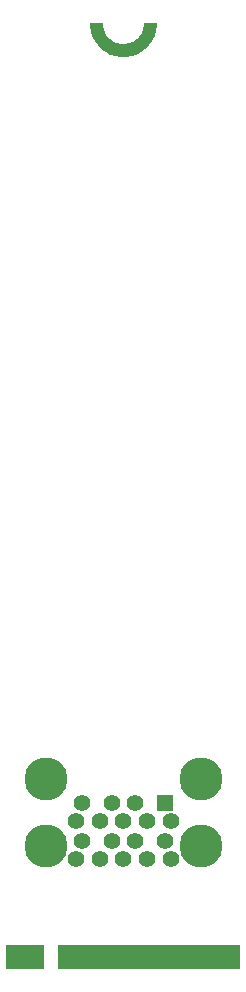
<source format=gts>
G04*
G04 #@! TF.GenerationSoftware,Altium Limited,Altium Designer,24.5.2 (23)*
G04*
G04 Layer_Color=8388736*
%FSLAX44Y44*%
%MOMM*%
G71*
G04*
G04 #@! TF.SameCoordinates,01BA7047-8EBF-4B0B-9F07-F392ECF8FA2C*
G04*
G04*
G04 #@! TF.FilePolarity,Negative*
G04*
G01*
G75*
%ADD13R,0.3500X1.4500*%
%ADD14R,3.2005X2.0000*%
%ADD15R,15.4500X2.0000*%
%ADD16C,3.6532*%
%ADD17C,1.4032*%
%ADD18R,1.4032X1.4032*%
G36*
X138500Y800000D02*
X138500Y797757D01*
X137798Y793326D01*
X136412Y789060D01*
X134375Y785063D01*
X131739Y781433D01*
X128567Y778261D01*
X124937Y775624D01*
X120940Y773588D01*
X116674Y772202D01*
X112243Y771500D01*
X107757Y771500D01*
X103326Y772202D01*
X99060Y773588D01*
X95063Y775624D01*
X91433Y778261D01*
X88261Y781433D01*
X85625Y785063D01*
X83588Y789060D01*
X82202Y793326D01*
X81500Y797757D01*
X81500Y800000D01*
X81500Y800000D01*
X92500Y800000D01*
X92584Y798285D01*
X93253Y794920D01*
X94566Y791750D01*
X96472Y788898D01*
X98898Y786472D01*
X101751Y784566D01*
X104920Y783253D01*
X108285Y782584D01*
X111715Y782584D01*
X115080Y783253D01*
X118250Y784566D01*
X121102Y786472D01*
X123528Y788898D01*
X125434Y791751D01*
X126747Y794920D01*
X127416Y798285D01*
X127500Y800000D01*
X127500Y800000D01*
X138500Y800000D01*
D02*
G37*
D13*
X17251Y12750D02*
D03*
X22250D02*
D03*
X27251D02*
D03*
X32250D02*
D03*
X37251D02*
D03*
X62250D02*
D03*
X67251D02*
D03*
X72250D02*
D03*
X77251D02*
D03*
X82250D02*
D03*
X87251D02*
D03*
X92250D02*
D03*
X97251D02*
D03*
X102250D02*
D03*
X107251D02*
D03*
X112250D02*
D03*
X117251D02*
D03*
X122250D02*
D03*
X127251D02*
D03*
X132250D02*
D03*
X137251D02*
D03*
X142250D02*
D03*
X147251D02*
D03*
X152250D02*
D03*
X157251D02*
D03*
X162250D02*
D03*
X167251D02*
D03*
X172250D02*
D03*
X177251D02*
D03*
X182250D02*
D03*
X187251D02*
D03*
X192250D02*
D03*
X197251D02*
D03*
X202250D02*
D03*
D14*
X26498Y10000D02*
D03*
D15*
X131750D02*
D03*
D16*
X44300Y103200D02*
D03*
X175700D02*
D03*
X44300Y160000D02*
D03*
X175700D02*
D03*
D17*
X150000Y93000D02*
D03*
X130000D02*
D03*
X110000D02*
D03*
X90000D02*
D03*
X70000D02*
D03*
X75000Y108000D02*
D03*
X100000D02*
D03*
X120000D02*
D03*
X145000D02*
D03*
X150000Y125000D02*
D03*
X130000D02*
D03*
X110000D02*
D03*
X90000D02*
D03*
X70000D02*
D03*
X75000Y140000D02*
D03*
X100000D02*
D03*
X120000D02*
D03*
D18*
X145000D02*
D03*
M02*

</source>
